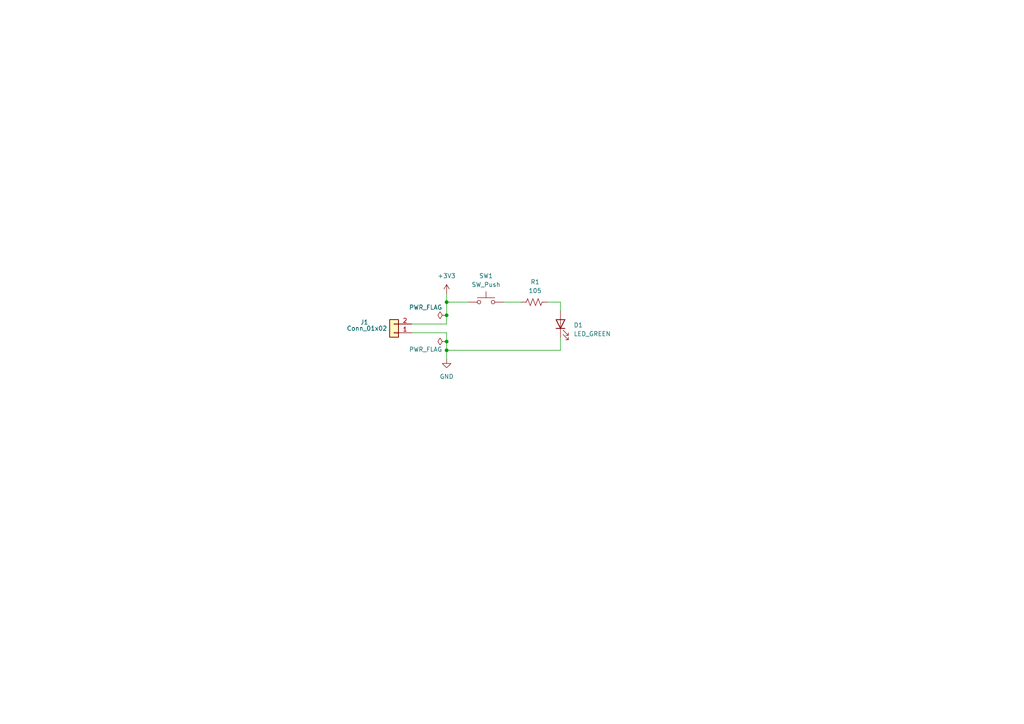
<source format=kicad_sch>
(kicad_sch (version 20231120) (generator "eeschema") (generator_version "8.0")
  (paper "A4")
  (title_block (title "project1") (date "2024-09-12") (rev "1.0") (company "Illini Solar Car") (comment 1 "Designed By: Isha Shah"))
  (lib_symbols
    (symbol "Connector_Generic:Conn_01x02" (pin_names (offset 1.016) hide)
      (property "Reference" "J" (at 0 2.54 0))
      (property "Value" "Conn_01x02" (at 0 -5.08 0))
      (symbol "Conn_01x02_1_1"
        (rectangle (start -1.27 -2.413) (end 0 -2.667) (stroke (width 0.1524)))
        (rectangle (start -1.27 0.127) (end 0 -0.127) (stroke (width 0.1524)))
        (rectangle (start -1.27 1.27) (end 1.27 -3.81) (stroke (width 0.254)) (fill (type background)))
        (pin passive line (at -5.08 0 0) (length 3.81) (name "Pin_1") (number "1"))
        (pin passive line (at -5.08 -2.54 0) (length 3.81) (name "Pin_2") (number "2"))
      )
    )
    (symbol "Device:R_US" (pin_numbers hide) (pin_names (offset 0))
      (property "Reference" "R" (at 2.54 0 90))
      (property "Value" "R_US" (at -2.54 0 90))
      (symbol "R_US_0_1"
        (polyline (pts (xy 0 -2.286) (xy 0 -2.54)))
        (polyline (pts (xy 0 2.286) (xy 0 2.54)))
        (polyline (pts (xy 0 -0.762) (xy 1.016 -1.143) (xy 0 -1.524) (xy -1.016 -1.905) (xy 0 -2.286)))
        (polyline (pts (xy 0 0.762) (xy 1.016 0.381) (xy 0 0) (xy -1.016 -0.381) (xy 0 -0.762)))
        (polyline (pts (xy 0 2.286) (xy 1.016 1.905) (xy 0 1.524) (xy -1.016 1.143) (xy 0 0.762)))
      )
      (symbol "R_US_1_1"
        (pin passive line (at 0 3.81 270) (length 1.27) (name "~") (number "1"))
        (pin passive line (at 0 -3.81 90) (length 1.27) (name "~") (number "2"))
      )
    )
    (symbol "Switch:SW_Push" (pin_numbers hide) (pin_names (offset 1.016) hide)
      (property "Reference" "SW" (at 1.27 2.54 0))
      (property "Value" "SW_Push" (at 0 -1.524 0))
      (symbol "SW_Push_0_1"
        (circle (center -2.032 0) (radius 0.508))
        (polyline (pts (xy 0 1.27) (xy 0 3.048)))
        (polyline (pts (xy 2.54 1.27) (xy -2.54 1.27)))
        (circle (center 2.032 0) (radius 0.508))
        (pin passive line (at -5.08 0 0) (length 2.54) (name "1") (number "1"))
        (pin passive line (at 5.08 0 180) (length 2.54) (name "2") (number "2"))
      )
    )
    (symbol "device:LED" (pin_numbers hide) (pin_names (offset 1.016) hide)
      (property "Reference" "D" (at 0 2.54 0))
      (property "Value" "LED" (at 0 -2.54 0))
      (symbol "LED_0_1"
        (polyline (pts (xy -1.27 -1.27) (xy -1.27 1.27)) (stroke (width 0.254)))
        (polyline (pts (xy -1.27 0) (xy 1.27 0)))
        (polyline (pts (xy 1.27 -1.27) (xy 1.27 1.27) (xy -1.27 0) (xy 1.27 -1.27)) (stroke (width 0.254)))
        (polyline (pts (xy -3.048 -0.762) (xy -4.572 -2.286) (xy -3.81 -2.286) (xy -4.572 -2.286) (xy -4.572 -1.524)))
        (polyline (pts (xy -1.778 -0.762) (xy -3.302 -2.286) (xy -2.54 -2.286) (xy -3.302 -2.286) (xy -3.302 -1.524)))
      )
      (symbol "LED_1_1"
        (pin passive line (at -3.81 0 0) (length 2.54) (name "K") (number "1"))
        (pin passive line (at 3.81 0 180) (length 2.54) (name "A") (number "2"))
      )
    )
    (symbol "power:+3V3" (power) (pin_names (offset 0))
      (property "Value" "+3V3" (at 0 3.556 0))
      (symbol "+3V3_0_1"
        (polyline (pts (xy -0.762 1.27) (xy 0 2.54)))
        (polyline (pts (xy 0 0) (xy 0 2.54)))
        (polyline (pts (xy 0 2.54) (xy 0.762 1.27)))
      )
      (symbol "+3V3_1_1"
        (pin power_in line (at 0 0 90) (length 0) hide (name "+3V3") (number "1"))
      )
    )
    (symbol "power:GND" (power) (pin_names (offset 0))
      (property "Value" "GND" (at 0 -3.81 0))
      (symbol "GND_0_1"
        (polyline (pts (xy 0 0) (xy 0 -1.27) (xy 1.27 -1.27) (xy 0 -2.54) (xy -1.27 -1.27) (xy 0 -1.27)))
      )
      (symbol "GND_1_1"
        (pin power_in line (at 0 0 270) (length 0) hide (name "GND") (number "1"))
      )
    )
    (symbol "power:PWR_FLAG" (power) (pin_numbers hide) (pin_names (offset 0) hide)
      (property "Value" "PWR_FLAG" (at 0 3.81 0))
      (symbol "PWR_FLAG_0_0"
        (pin power_out line (at 0 0 90) (length 0) (name "pwr") (number "1"))
      )
      (symbol "PWR_FLAG_0_1"
        (polyline (pts (xy 0 0) (xy 0 1.27) (xy -1.016 1.905) (xy 0 2.54) (xy 1.016 1.905) (xy 0 1.27)))
      )
    )
  )
  (junction (at 129.54 91.44))
  (junction (at 129.54 99.06))
  (junction (at 129.54 101.6))
  (junction (at 129.54 87.63))
  (wire (pts (xy 129.54 101.6) (xy 129.54 104.14)))
  (wire (pts (xy 162.56 101.6) (xy 129.54 101.6)))
  (wire (pts (xy 129.54 93.98) (xy 129.54 91.44)))
  (wire (pts (xy 162.56 97.79) (xy 162.56 101.6)))
  (wire (pts (xy 146.05 87.63) (xy 151.13 87.63)))
  (wire (pts (xy 129.54 87.63) (xy 135.89 87.63)))
  (wire (pts (xy 158.75 87.63) (xy 162.56 87.63)))
  (wire (pts (xy 129.54 85.09) (xy 129.54 87.63)))
  (wire (pts (xy 119.38 96.52) (xy 129.54 96.52)))
  (wire (pts (xy 119.38 93.98) (xy 129.54 93.98)))
  (wire (pts (xy 162.56 87.63) (xy 162.56 90.17)))
  (wire (pts (xy 129.54 87.63) (xy 129.54 91.44)))
  (wire (pts (xy 129.54 99.06) (xy 129.54 101.6)))
  (wire (pts (xy 129.54 96.52) (xy 129.54 99.06)))
  (symbol (lib_id "device:LED") (at 162.56 93.98 90) (unit 1)
    (property "Reference" "D1" (at 166.37 94.2974 90) (effects (justify right)))
    (property "Value" "LED_GREEN" (at 166.37 96.8374 90) (effects (justify right)))
    (property "Footprint" "layout:LED_0603_Symbol_on_F.SilkS" (effects (hide yes)))
    (property "Description" "Light emitting diode" (effects (hide yes)))
  )
  (symbol (lib_id "Switch:SW_Push") (at 140.97 87.63 0) (unit 1)
    (property "Reference" "SW1" (at 140.97 80.01 0))
    (property "Value" "SW_Push" (at 140.97 82.55 0))
    (property "Footprint" "Button_Switch_SMD:SW_DIP_SPSTx01_Slide_6.7x4.1mm_W8.61mm_P2.54mm_LowProfile" (effects (hide yes)))
    (property "Datasheet" "https://www.digikey.com/en/products/detail/te-connectivity-alcoswitch-switches/1825910-6/1632536?utm_adgroup=Supplier_TE&utm_source=google&utm_medium=cpc&utm_campaign=EN_Product_SKU_MBR&utm_term=%2B1825910-6&utm_content=Supplier_TE&gclid=Cj0KCQjwp4j6BRCRARIsAGq4yMGhBEsv1v5KcRzgW34aOMlPkoRB4A-7BCN08FfGaiq_Dk_nlKJ0QU8aAhZPEALw_wcB" (effects (hide yes)))
    (property "Description" "Push button switch, generic, two pins" (effects (hide yes)))
    (property "MPN" "1825910-6" (effects (hide yes)))
  )
  (symbol (lib_id "power:PWR_FLAG") (at 129.54 99.06 90) (unit 1)
    (property "Reference" "#FLG02" (effects (hide yes)))
    (property "Value" "PWR_FLAG" (at 128.27 101.346 90) (effects (justify left)))
    (property "Description" "Special symbol for telling ERC where power comes from" (effects (hide yes)))
  )
  (symbol (lib_id "Connector_Generic:Conn_01x02") (at 114.3 96.52 180) (unit 1)
    (property "Reference" "J1" (at 105.664 93.472 0))
    (property "Value" "Conn_01x02" (at 106.426 95.25 0))
    (property "Footprint" "Connector_Molex:Molex_KK-254_AE-6410-02A_1x02_P2.54mm_Vertical" (effects (hide yes)))
    (property "Datasheet" "https://www.molex.com/content/dam/molex/molex-dot-com/products/automated/en-us/salesdrawingpdf/641/6410/022272021_sd.pdf?inline" (effects (hide yes)))
    (property "Description" "Generic connector, single row, 01x02, script generated (kicad-library-utils/schlib/autogen/connector/)" (effects (hide yes)))
    (property "MPN" "022272021" (effects (hide yes)))
  )
  (symbol (lib_id "power:GND") (at 129.54 104.14 0) (unit 1)
    (property "Reference" "#PWR02" (effects (hide yes)))
    (property "Value" "GND" (at 129.54 109.22 0))
    (property "Description" "Power symbol creates a global label with name \"GND\" , ground" (effects (hide yes)))
  )
  (symbol (lib_id "power:+3V3") (at 129.54 85.09 0) (unit 1)
    (property "Reference" "#PWR01" (effects (hide yes)))
    (property "Value" "+3V3" (at 129.54 80.01 0))
    (property "Description" "Power symbol creates a global label with name \"+3V3\"" (effects (hide yes)))
  )
  (symbol (lib_id "Device:R_US") (at 154.94 87.63 90) (unit 1)
    (property "Reference" "R1" (at 155.194 81.788 90))
    (property "Value" "105" (at 155.194 84.328 90))
    (property "Footprint" "Resistor_SMD:R_0201_0603Metric_Pad0.64x0.40mm_HandSolder" (effects (hide yes)))
    (property "Description" "Resistor, US symbol" (effects (hide yes)))
  )
  (symbol (lib_id "power:PWR_FLAG") (at 129.54 91.44 90) (unit 1)
    (property "Reference" "#FLG01" (effects (hide yes)))
    (property "Value" "PWR_FLAG" (at 128.27 89.154 90) (effects (justify left)))
    (property "Description" "Special symbol for telling ERC where power comes from" (effects (hide yes)))
  )
)
</source>
